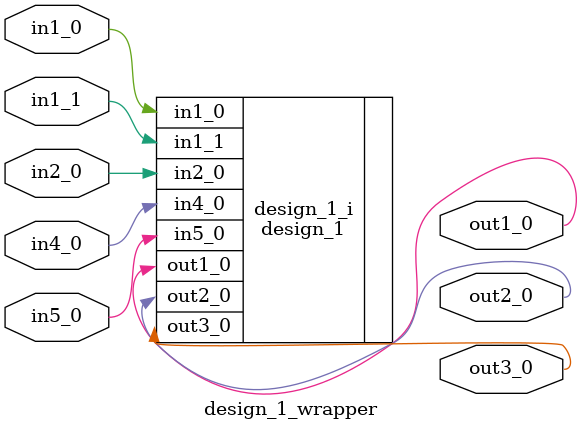
<source format=v>
`timescale 1 ps / 1 ps

module design_1_wrapper
   (in1_0,
    in1_1,
    in2_0,
    in4_0,
    in5_0,
    out1_0,
    out2_0,
    out3_0);
  input in1_0;
  input in1_1;
  input in2_0;
  input in4_0;
  input in5_0;
  output out1_0;
  output out2_0;
  output out3_0;

  wire in1_0;
  wire in1_1;
  wire in2_0;
  wire in4_0;
  wire in5_0;
  wire out1_0;
  wire out2_0;
  wire out3_0;

  design_1 design_1_i
       (.in1_0(in1_0),
        .in1_1(in1_1),
        .in2_0(in2_0),
        .in4_0(in4_0),
        .in5_0(in5_0),
        .out1_0(out1_0),
        .out2_0(out2_0),
        .out3_0(out3_0));
endmodule

</source>
